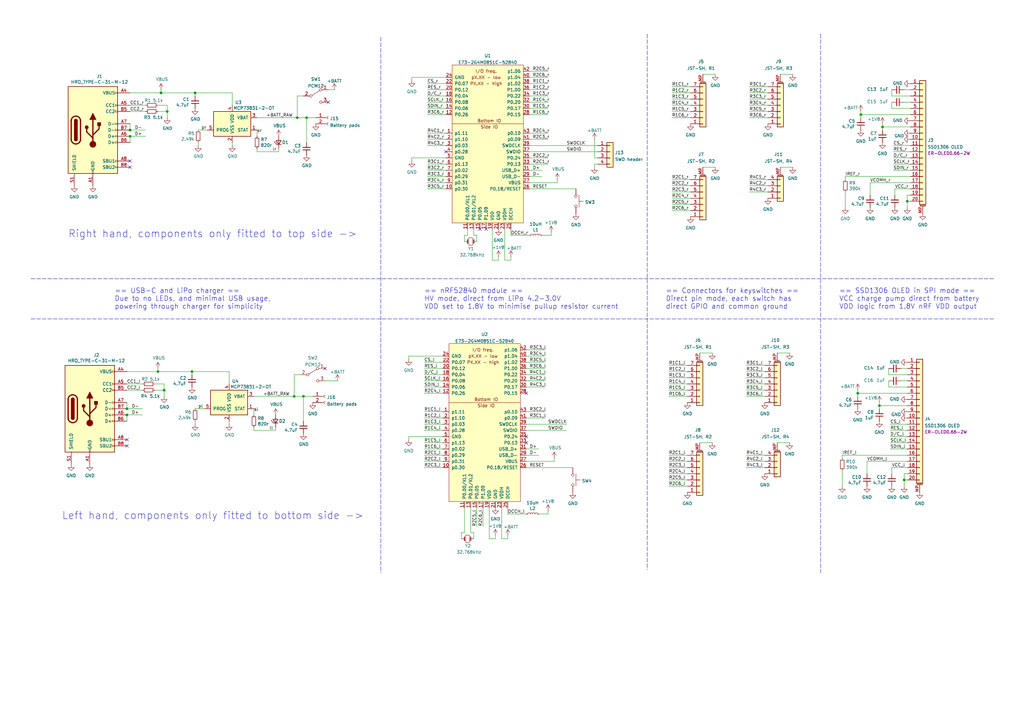
<source format=kicad_sch>
(kicad_sch (version 20210621) (generator eeschema)
  (paper "A3")
  (title_block (title "anaphase") (date "2021-09-18") (rev "1.0"))
  (junction (at 52.07 167.64))
  (junction (at 52.07 170.18))
  (junction (at 53.34 53.34))
  (junction (at 53.34 55.88))
  (junction (at 64.77 152.4))
  (junction (at 66.04 38.1))
  (junction (at 67.31 160.02))
  (junction (at 68.58 45.72))
  (junction (at 78.74 152.4))
  (junction (at 80.01 38.1))
  (junction (at 120.65 162.56))
  (junction (at 121.92 48.26))
  (junction (at 124.46 162.56))
  (junction (at 125.73 48.26))
  (junction (at 351.79 161.29))
  (junction (at 353.06 46.99))
  (junction (at 360.68 166.37))
  (junction (at 361.95 52.07))
  (junction (at 370.84 196.85))
  (junction (at 372.11 82.55))
  (no_connect (at 52.07 180.34))
  (no_connect (at 52.07 182.88))
  (no_connect (at 53.34 66.04))
  (no_connect (at 53.34 68.58))
  (no_connect (at 133.35 151.13))
  (no_connect (at 134.62 41.91))
  (no_connect (at 182.88 62.23))
  (no_connect (at 196.85 93.98))
  (no_connect (at 199.39 93.98))
  (no_connect (at 215.9 161.29))
  (no_connect (at 215.9 179.07))
  (no_connect (at 215.9 181.61))
  (wire (pts (xy 52.07 152.4) (xy 64.77 152.4)))
  (wire (pts (xy 52.07 157.48) (xy 58.42 157.48)))
  (wire (pts (xy 52.07 160.02) (xy 58.42 160.02)))
  (wire (pts (xy 52.07 165.1) (xy 52.07 167.64)))
  (wire (pts (xy 52.07 167.64) (xy 58.42 167.64)))
  (wire (pts (xy 52.07 170.18) (xy 52.07 172.72)))
  (wire (pts (xy 52.07 170.18) (xy 58.42 170.18)))
  (wire (pts (xy 53.34 38.1) (xy 66.04 38.1)))
  (wire (pts (xy 53.34 43.18) (xy 59.69 43.18)))
  (wire (pts (xy 53.34 45.72) (xy 59.69 45.72)))
  (wire (pts (xy 53.34 50.8) (xy 53.34 53.34)))
  (wire (pts (xy 53.34 53.34) (xy 59.69 53.34)))
  (wire (pts (xy 53.34 55.88) (xy 53.34 58.42)))
  (wire (pts (xy 53.34 55.88) (xy 59.69 55.88)))
  (wire (pts (xy 63.5 157.48) (xy 67.31 157.48)))
  (wire (pts (xy 63.5 160.02) (xy 67.31 160.02)))
  (wire (pts (xy 64.77 43.18) (xy 68.58 43.18)))
  (wire (pts (xy 64.77 45.72) (xy 68.58 45.72)))
  (wire (pts (xy 64.77 151.13) (xy 64.77 152.4)))
  (wire (pts (xy 64.77 152.4) (xy 78.74 152.4)))
  (wire (pts (xy 66.04 36.83) (xy 66.04 38.1)))
  (wire (pts (xy 66.04 38.1) (xy 80.01 38.1)))
  (wire (pts (xy 67.31 157.48) (xy 67.31 160.02)))
  (wire (pts (xy 67.31 160.02) (xy 67.31 162.56)))
  (wire (pts (xy 68.58 43.18) (xy 68.58 45.72)))
  (wire (pts (xy 68.58 45.72) (xy 68.58 48.26)))
  (wire (pts (xy 78.74 152.4) (xy 78.74 153.67)))
  (wire (pts (xy 78.74 152.4) (xy 93.98 152.4)))
  (wire (pts (xy 80.01 38.1) (xy 80.01 39.37)))
  (wire (pts (xy 80.01 38.1) (xy 95.25 38.1)))
  (wire (pts (xy 80.01 167.64) (xy 83.82 167.64)))
  (wire (pts (xy 80.01 172.72) (xy 80.01 173.99)))
  (wire (pts (xy 81.28 53.34) (xy 85.09 53.34)))
  (wire (pts (xy 81.28 58.42) (xy 81.28 59.69)))
  (wire (pts (xy 93.98 152.4) (xy 93.98 157.48)))
  (wire (pts (xy 93.98 172.72) (xy 93.98 173.99)))
  (wire (pts (xy 95.25 38.1) (xy 95.25 43.18)))
  (wire (pts (xy 95.25 58.42) (xy 95.25 59.69)))
  (wire (pts (xy 104.14 162.56) (xy 120.65 162.56)))
  (wire (pts (xy 104.14 167.64) (xy 104.14 170.18)))
  (wire (pts (xy 104.14 175.26) (xy 104.14 176.53)))
  (wire (pts (xy 104.14 176.53) (xy 113.03 176.53)))
  (wire (pts (xy 105.41 48.26) (xy 121.92 48.26)))
  (wire (pts (xy 105.41 53.34) (xy 105.41 55.88)))
  (wire (pts (xy 105.41 60.96) (xy 105.41 62.23)))
  (wire (pts (xy 105.41 62.23) (xy 114.3 62.23)))
  (wire (pts (xy 113.03 175.26) (xy 113.03 176.53)))
  (wire (pts (xy 114.3 60.96) (xy 114.3 62.23)))
  (wire (pts (xy 120.65 153.67) (xy 120.65 162.56)))
  (wire (pts (xy 120.65 162.56) (xy 124.46 162.56)))
  (wire (pts (xy 121.92 39.37) (xy 121.92 48.26)))
  (wire (pts (xy 121.92 48.26) (xy 125.73 48.26)))
  (wire (pts (xy 123.19 153.67) (xy 120.65 153.67)))
  (wire (pts (xy 124.46 39.37) (xy 121.92 39.37)))
  (wire (pts (xy 124.46 162.56) (xy 124.46 172.72)))
  (wire (pts (xy 124.46 162.56) (xy 128.27 162.56)))
  (wire (pts (xy 125.73 48.26) (xy 125.73 58.42)))
  (wire (pts (xy 125.73 48.26) (xy 129.54 48.26)))
  (wire (pts (xy 133.35 156.21) (xy 138.43 156.21)))
  (wire (pts (xy 134.62 36.83) (xy 137.16 36.83)))
  (wire (pts (xy 167.64 146.05) (xy 167.64 147.32)))
  (wire (pts (xy 167.64 179.07) (xy 167.64 180.34)))
  (wire (pts (xy 168.91 31.75) (xy 168.91 33.02)))
  (wire (pts (xy 168.91 64.77) (xy 168.91 66.04)))
  (wire (pts (xy 173.99 148.59) (xy 181.61 148.59)))
  (wire (pts (xy 173.99 151.13) (xy 181.61 151.13)))
  (wire (pts (xy 173.99 153.67) (xy 181.61 153.67)))
  (wire (pts (xy 173.99 156.21) (xy 181.61 156.21)))
  (wire (pts (xy 173.99 158.75) (xy 181.61 158.75)))
  (wire (pts (xy 173.99 161.29) (xy 181.61 161.29)))
  (wire (pts (xy 173.99 168.91) (xy 181.61 168.91)))
  (wire (pts (xy 173.99 171.45) (xy 181.61 171.45)))
  (wire (pts (xy 173.99 173.99) (xy 181.61 173.99)))
  (wire (pts (xy 173.99 176.53) (xy 181.61 176.53)))
  (wire (pts (xy 173.99 181.61) (xy 181.61 181.61)))
  (wire (pts (xy 173.99 184.15) (xy 181.61 184.15)))
  (wire (pts (xy 173.99 186.69) (xy 181.61 186.69)))
  (wire (pts (xy 173.99 189.23) (xy 181.61 189.23)))
  (wire (pts (xy 173.99 191.77) (xy 181.61 191.77)))
  (wire (pts (xy 175.26 34.29) (xy 182.88 34.29)))
  (wire (pts (xy 175.26 36.83) (xy 182.88 36.83)))
  (wire (pts (xy 175.26 39.37) (xy 182.88 39.37)))
  (wire (pts (xy 175.26 41.91) (xy 182.88 41.91)))
  (wire (pts (xy 175.26 44.45) (xy 182.88 44.45)))
  (wire (pts (xy 175.26 46.99) (xy 182.88 46.99)))
  (wire (pts (xy 175.26 54.61) (xy 182.88 54.61)))
  (wire (pts (xy 175.26 57.15) (xy 182.88 57.15)))
  (wire (pts (xy 175.26 59.69) (xy 182.88 59.69)))
  (wire (pts (xy 175.26 67.31) (xy 182.88 67.31)))
  (wire (pts (xy 175.26 69.85) (xy 182.88 69.85)))
  (wire (pts (xy 175.26 72.39) (xy 182.88 72.39)))
  (wire (pts (xy 175.26 74.93) (xy 182.88 74.93)))
  (wire (pts (xy 175.26 77.47) (xy 182.88 77.47)))
  (wire (pts (xy 181.61 146.05) (xy 167.64 146.05)))
  (wire (pts (xy 181.61 179.07) (xy 167.64 179.07)))
  (wire (pts (xy 182.88 31.75) (xy 168.91 31.75)))
  (wire (pts (xy 182.88 64.77) (xy 168.91 64.77)))
  (wire (pts (xy 189.23 218.44) (xy 189.23 220.98)))
  (wire (pts (xy 190.5 96.52) (xy 190.5 99.06)))
  (wire (pts (xy 190.5 208.28) (xy 190.5 218.44)))
  (wire (pts (xy 190.5 218.44) (xy 189.23 218.44)))
  (wire (pts (xy 191.77 93.98) (xy 191.77 96.52)))
  (wire (pts (xy 191.77 96.52) (xy 190.5 96.52)))
  (wire (pts (xy 193.04 208.28) (xy 193.04 218.44)))
  (wire (pts (xy 194.31 93.98) (xy 194.31 96.52)))
  (wire (pts (xy 194.31 218.44) (xy 193.04 218.44)))
  (wire (pts (xy 194.31 220.98) (xy 194.31 218.44)))
  (wire (pts (xy 195.58 96.52) (xy 194.31 96.52)))
  (wire (pts (xy 195.58 99.06) (xy 195.58 96.52)))
  (wire (pts (xy 195.58 215.9) (xy 195.58 208.28)))
  (wire (pts (xy 198.12 215.9) (xy 198.12 208.28)))
  (wire (pts (xy 200.66 208.28) (xy 200.66 220.98)))
  (wire (pts (xy 200.66 220.98) (xy 203.2 220.98)))
  (wire (pts (xy 201.93 93.98) (xy 201.93 106.68)))
  (wire (pts (xy 201.93 106.68) (xy 204.47 106.68)))
  (wire (pts (xy 203.2 220.98) (xy 203.2 219.71)))
  (wire (pts (xy 204.47 106.68) (xy 204.47 105.41)))
  (wire (pts (xy 205.74 208.28) (xy 205.74 220.98)))
  (wire (pts (xy 205.74 220.98) (xy 208.28 220.98)))
  (wire (pts (xy 207.01 93.98) (xy 207.01 106.68)))
  (wire (pts (xy 207.01 106.68) (xy 209.55 106.68)))
  (wire (pts (xy 208.28 208.28) (xy 208.28 210.82)))
  (wire (pts (xy 208.28 210.82) (xy 215.9 210.82)))
  (wire (pts (xy 208.28 220.98) (xy 208.28 219.71)))
  (wire (pts (xy 209.55 93.98) (xy 209.55 96.52)))
  (wire (pts (xy 209.55 96.52) (xy 217.17 96.52)))
  (wire (pts (xy 209.55 106.68) (xy 209.55 105.41)))
  (wire (pts (xy 215.9 143.51) (xy 223.52 143.51)))
  (wire (pts (xy 215.9 146.05) (xy 223.52 146.05)))
  (wire (pts (xy 215.9 148.59) (xy 223.52 148.59)))
  (wire (pts (xy 215.9 151.13) (xy 223.52 151.13)))
  (wire (pts (xy 215.9 153.67) (xy 223.52 153.67)))
  (wire (pts (xy 215.9 156.21) (xy 223.52 156.21)))
  (wire (pts (xy 215.9 158.75) (xy 223.52 158.75)))
  (wire (pts (xy 215.9 168.91) (xy 223.52 168.91)))
  (wire (pts (xy 215.9 171.45) (xy 223.52 171.45)))
  (wire (pts (xy 215.9 173.99) (xy 232.41 173.99)))
  (wire (pts (xy 215.9 176.53) (xy 232.41 176.53)))
  (wire (pts (xy 215.9 184.15) (xy 220.98 184.15)))
  (wire (pts (xy 215.9 186.69) (xy 220.98 186.69)))
  (wire (pts (xy 215.9 189.23) (xy 227.33 189.23)))
  (wire (pts (xy 215.9 191.77) (xy 234.95 191.77)))
  (wire (pts (xy 217.17 29.21) (xy 224.79 29.21)))
  (wire (pts (xy 217.17 31.75) (xy 224.79 31.75)))
  (wire (pts (xy 217.17 34.29) (xy 224.79 34.29)))
  (wire (pts (xy 217.17 36.83) (xy 224.79 36.83)))
  (wire (pts (xy 217.17 39.37) (xy 224.79 39.37)))
  (wire (pts (xy 217.17 41.91) (xy 224.79 41.91)))
  (wire (pts (xy 217.17 44.45) (xy 224.79 44.45)))
  (wire (pts (xy 217.17 46.99) (xy 224.79 46.99)))
  (wire (pts (xy 217.17 54.61) (xy 224.79 54.61)))
  (wire (pts (xy 217.17 57.15) (xy 224.79 57.15)))
  (wire (pts (xy 217.17 59.69) (xy 245.11 59.69)))
  (wire (pts (xy 217.17 62.23) (xy 245.11 62.23)))
  (wire (pts (xy 217.17 64.77) (xy 224.79 64.77)))
  (wire (pts (xy 217.17 67.31) (xy 224.79 67.31)))
  (wire (pts (xy 217.17 69.85) (xy 222.25 69.85)))
  (wire (pts (xy 217.17 72.39) (xy 222.25 72.39)))
  (wire (pts (xy 217.17 74.93) (xy 228.6 74.93)))
  (wire (pts (xy 217.17 77.47) (xy 236.22 77.47)))
  (wire (pts (xy 220.98 210.82) (xy 224.79 210.82)))
  (wire (pts (xy 222.25 96.52) (xy 226.06 96.52)))
  (wire (pts (xy 224.79 210.82) (xy 224.79 209.55)))
  (wire (pts (xy 226.06 96.52) (xy 226.06 95.25)))
  (wire (pts (xy 227.33 189.23) (xy 227.33 187.96)))
  (wire (pts (xy 228.6 74.93) (xy 228.6 73.66)))
  (wire (pts (xy 243.84 57.15) (xy 243.84 64.77)))
  (wire (pts (xy 243.84 64.77) (xy 245.11 64.77)))
  (wire (pts (xy 243.84 67.31) (xy 243.84 68.58)))
  (wire (pts (xy 243.84 67.31) (xy 245.11 67.31)))
  (wire (pts (xy 274.32 149.86) (xy 281.94 149.86)))
  (wire (pts (xy 274.32 152.4) (xy 281.94 152.4)))
  (wire (pts (xy 274.32 154.94) (xy 281.94 154.94)))
  (wire (pts (xy 274.32 157.48) (xy 281.94 157.48)))
  (wire (pts (xy 274.32 160.02) (xy 281.94 160.02)))
  (wire (pts (xy 274.32 162.56) (xy 281.94 162.56)))
  (wire (pts (xy 274.32 186.69) (xy 281.94 186.69)))
  (wire (pts (xy 274.32 189.23) (xy 281.94 189.23)))
  (wire (pts (xy 274.32 191.77) (xy 281.94 191.77)))
  (wire (pts (xy 274.32 194.31) (xy 281.94 194.31)))
  (wire (pts (xy 274.32 196.85) (xy 281.94 196.85)))
  (wire (pts (xy 274.32 199.39) (xy 281.94 199.39)))
  (wire (pts (xy 275.59 35.56) (xy 283.21 35.56)))
  (wire (pts (xy 275.59 38.1) (xy 283.21 38.1)))
  (wire (pts (xy 275.59 40.64) (xy 283.21 40.64)))
  (wire (pts (xy 275.59 43.18) (xy 283.21 43.18)))
  (wire (pts (xy 275.59 45.72) (xy 283.21 45.72)))
  (wire (pts (xy 275.59 48.26) (xy 283.21 48.26)))
  (wire (pts (xy 275.59 73.66) (xy 283.21 73.66)))
  (wire (pts (xy 275.59 76.2) (xy 283.21 76.2)))
  (wire (pts (xy 275.59 78.74) (xy 283.21 78.74)))
  (wire (pts (xy 275.59 81.28) (xy 283.21 81.28)))
  (wire (pts (xy 275.59 83.82) (xy 283.21 83.82)))
  (wire (pts (xy 275.59 86.36) (xy 283.21 86.36)))
  (wire (pts (xy 287.02 144.78) (xy 292.1 144.78)))
  (wire (pts (xy 287.02 181.61) (xy 292.1 181.61)))
  (wire (pts (xy 288.29 30.48) (xy 293.37 30.48)))
  (wire (pts (xy 288.29 68.58) (xy 293.37 68.58)))
  (wire (pts (xy 306.07 149.86) (xy 313.69 149.86)))
  (wire (pts (xy 306.07 152.4) (xy 313.69 152.4)))
  (wire (pts (xy 306.07 154.94) (xy 313.69 154.94)))
  (wire (pts (xy 306.07 157.48) (xy 313.69 157.48)))
  (wire (pts (xy 306.07 160.02) (xy 313.69 160.02)))
  (wire (pts (xy 306.07 162.56) (xy 313.69 162.56)))
  (wire (pts (xy 306.07 186.69) (xy 313.69 186.69)))
  (wire (pts (xy 306.07 189.23) (xy 313.69 189.23)))
  (wire (pts (xy 306.07 191.77) (xy 313.69 191.77)))
  (wire (pts (xy 307.34 35.56) (xy 314.96 35.56)))
  (wire (pts (xy 307.34 38.1) (xy 314.96 38.1)))
  (wire (pts (xy 307.34 40.64) (xy 314.96 40.64)))
  (wire (pts (xy 307.34 43.18) (xy 314.96 43.18)))
  (wire (pts (xy 307.34 45.72) (xy 314.96 45.72)))
  (wire (pts (xy 307.34 48.26) (xy 314.96 48.26)))
  (wire (pts (xy 307.34 73.66) (xy 314.96 73.66)))
  (wire (pts (xy 307.34 76.2) (xy 314.96 76.2)))
  (wire (pts (xy 307.34 78.74) (xy 314.96 78.74)))
  (wire (pts (xy 318.77 144.78) (xy 323.85 144.78)))
  (wire (pts (xy 318.77 181.61) (xy 323.85 181.61)))
  (wire (pts (xy 320.04 30.48) (xy 325.12 30.48)))
  (wire (pts (xy 320.04 68.58) (xy 325.12 68.58)))
  (wire (pts (xy 345.44 186.69) (xy 345.44 187.96)))
  (wire (pts (xy 345.44 186.69) (xy 372.11 186.69)))
  (wire (pts (xy 345.44 193.04) (xy 345.44 199.39)))
  (wire (pts (xy 346.71 72.39) (xy 346.71 73.66)))
  (wire (pts (xy 346.71 72.39) (xy 373.38 72.39)))
  (wire (pts (xy 346.71 78.74) (xy 346.71 85.09)))
  (wire (pts (xy 351.79 160.02) (xy 351.79 161.29)))
  (wire (pts (xy 351.79 161.29) (xy 351.79 162.56)))
  (wire (pts (xy 351.79 161.29) (xy 372.11 161.29)))
  (wire (pts (xy 353.06 45.72) (xy 353.06 46.99)))
  (wire (pts (xy 353.06 46.99) (xy 353.06 48.26)))
  (wire (pts (xy 353.06 46.99) (xy 373.38 46.99)))
  (wire (pts (xy 355.6 189.23) (xy 372.11 189.23)))
  (wire (pts (xy 355.6 194.31) (xy 355.6 189.23)))
  (wire (pts (xy 356.87 74.93) (xy 373.38 74.93)))
  (wire (pts (xy 356.87 80.01) (xy 356.87 74.93)))
  (wire (pts (xy 360.68 166.37) (xy 360.68 165.1)))
  (wire (pts (xy 360.68 166.37) (xy 360.68 167.64)))
  (wire (pts (xy 360.68 166.37) (xy 372.11 166.37)))
  (wire (pts (xy 361.95 52.07) (xy 361.95 50.8)))
  (wire (pts (xy 361.95 52.07) (xy 361.95 53.34)))
  (wire (pts (xy 361.95 52.07) (xy 373.38 52.07)))
  (wire (pts (xy 364.49 151.13) (xy 364.49 153.67)))
  (wire (pts (xy 364.49 153.67) (xy 372.11 153.67)))
  (wire (pts (xy 364.49 158.75) (xy 364.49 156.21)))
  (wire (pts (xy 364.49 158.75) (xy 372.11 158.75)))
  (wire (pts (xy 365.125 173.99) (xy 372.11 173.99)))
  (wire (pts (xy 365.125 176.53) (xy 372.11 176.53)))
  (wire (pts (xy 365.125 179.07) (xy 372.11 179.07)))
  (wire (pts (xy 365.125 181.61) (xy 372.11 181.61)))
  (wire (pts (xy 365.125 184.15) (xy 372.11 184.15)))
  (wire (pts (xy 365.76 36.83) (xy 365.76 39.37)))
  (wire (pts (xy 365.76 39.37) (xy 373.38 39.37)))
  (wire (pts (xy 365.76 44.45) (xy 365.76 41.91)))
  (wire (pts (xy 365.76 44.45) (xy 373.38 44.45)))
  (wire (pts (xy 365.76 191.77) (xy 372.11 191.77)))
  (wire (pts (xy 365.76 194.31) (xy 365.76 191.77)))
  (wire (pts (xy 366.395 59.69) (xy 373.38 59.69)))
  (wire (pts (xy 366.395 62.23) (xy 373.38 62.23)))
  (wire (pts (xy 366.395 64.77) (xy 373.38 64.77)))
  (wire (pts (xy 366.395 67.31) (xy 373.38 67.31)))
  (wire (pts (xy 366.395 69.85) (xy 373.38 69.85)))
  (wire (pts (xy 367.03 77.47) (xy 373.38 77.47)))
  (wire (pts (xy 367.03 80.01) (xy 367.03 77.47)))
  (wire (pts (xy 369.57 151.13) (xy 372.11 151.13)))
  (wire (pts (xy 369.57 156.21) (xy 372.11 156.21)))
  (wire (pts (xy 370.84 36.83) (xy 373.38 36.83)))
  (wire (pts (xy 370.84 41.91) (xy 373.38 41.91)))
  (wire (pts (xy 370.84 194.31) (xy 370.84 196.85)))
  (wire (pts (xy 370.84 196.85) (xy 370.84 199.39)))
  (wire (pts (xy 372.11 80.01) (xy 372.11 82.55)))
  (wire (pts (xy 372.11 82.55) (xy 372.11 85.09)))
  (wire (pts (xy 372.11 194.31) (xy 370.84 194.31)))
  (wire (pts (xy 372.11 196.85) (xy 370.84 196.85)))
  (wire (pts (xy 373.38 80.01) (xy 372.11 80.01)))
  (wire (pts (xy 373.38 82.55) (xy 372.11 82.55)))
  (polyline (pts (xy 12.7 114.3) (xy 407.67 114.3)))
  (polyline (pts (xy 12.7 130.81) (xy 407.67 130.81)))
  (polyline (pts (xy 156.21 15.24) (xy 156.21 234.95)))
  (polyline (pts (xy 265.43 13.97) (xy 265.43 233.68)))
  (polyline (pts (xy 336.55 13.97) (xy 336.55 234.95)))
  (text "Left hand, components only fitted to bottom side ->" (at 25.4 213.36 0) (effects (font (size 3 3)) (justify left bottom)))
  (text "Right hand, components only fitted to top side ->\n" (at 27.94 97.79 0) (effects (font (size 3 3)) (justify left bottom)))
  (text "== USB-C and LiPo charger ==\nDue to no LEDs, and minimal USB usage,\npowering through charger for simplicity" (at 46.99 127 0) (effects (font (size 2 2)) (justify left bottom)))
  (text "== nRF52840 module ==\nHV mode, direct from LiPo 4.2-3.0V\nVDD set to 1.8V to minimise pullup resistor current" (at 173.99 127 0) (effects (font (size 2 2)) (justify left bottom)))
  (text "== Connectors for keyswitches ==\nDirect pin mode, each switch has\ndirect GPIO and common ground" (at 273.05 127 0) (effects (font (size 2 2)) (justify left bottom)))
  (text "== SSD1306 OLED in SPI mode ==\nVCC charge pump direct from battery\nVDD logic from 1.8V nRF VDD output" (at 344.17 127 0) (effects (font (size 2 2)) (justify left bottom)))
  (label "CC1_l" (at 52.07 157.48 0))
  (label "CC2_l" (at 52.07 160.02 0))
  (label "CC1_r" (at 53.34 43.18 0))
  (label "CC2_r" (at 53.34 45.72 0))
  (label "D-" (at 53.975 167.64 0))
  (label "D+" (at 53.975 170.18 0))
  (label "D-" (at 55.245 53.34 0))
  (label "D+" (at 55.245 55.88 0))
  (label "pl" (at 81.28 167.64 0))
  (label "pr" (at 82.55 53.34 0))
  (label "sl" (at 104.14 168.91 0))
  (label "sr" (at 105.41 54.61 0))
  (label "+BATT_RAW" (at 107.95 162.56 0))
  (label "+BATT_RAW" (at 109.22 48.26 0))
  (label "ll" (at 110.49 176.53 0))
  (label "lr" (at 111.76 62.23 0))
  (label "CS_l" (at 173.99 148.59 0))
  (label "RES_l" (at 173.99 151.13 0))
  (label "D{slash}C_l" (at 173.99 153.67 0))
  (label "SCLK_l" (at 173.99 156.21 0))
  (label "SDIN_l" (at 173.99 158.75 0))
  (label "R2C4_l" (at 173.99 161.29 0))
  (label "R1C1_l" (at 173.99 168.91 0))
  (label "R1C2_l" (at 173.99 171.45 0))
  (label "R1C3_l" (at 173.99 173.99 0))
  (label "R1C4_l" (at 173.99 176.53 0))
  (label "R1C5_l" (at 173.99 181.61 0))
  (label "R1C6_l" (at 173.99 184.15 0))
  (label "R2C1_l" (at 173.99 186.69 0))
  (label "R2C2_l" (at 173.99 189.23 0))
  (label "R2C3_l" (at 173.99 191.77 0))
  (label "CS_r" (at 175.26 34.29 0))
  (label "RES_r" (at 175.26 36.83 0))
  (label "D{slash}C_r" (at 175.26 39.37 0))
  (label "SCLK_r" (at 175.26 41.91 0))
  (label "SDIN_r" (at 175.26 44.45 0))
  (label "R3C6_r" (at 175.26 46.99 0))
  (label "R4C1_r" (at 175.26 54.61 0))
  (label "R4C2_r" (at 175.26 57.15 0))
  (label "R4C3_r" (at 175.26 59.69 0))
  (label "R3C1_r" (at 175.26 67.31 0))
  (label "R3C2_r" (at 175.26 69.85 0))
  (label "R3C3_r" (at 175.26 72.39 0))
  (label "R3C4_r" (at 175.26 74.93 0))
  (label "R3C5_r" (at 175.26 77.47 0))
  (label "R2C5_l" (at 195.58 215.9 90))
  (label "R2C6_l" (at 198.12 215.9 90))
  (label "DCCH_l" (at 208.28 210.82 0))
  (label "DCCH_r" (at 209.55 96.52 0))
  (label "R3C3_l" (at 217.17 143.51 0))
  (label "R3C4_l" (at 217.17 146.05 0))
  (label "R3C5_l" (at 217.17 148.59 0))
  (label "R3C6_l" (at 217.17 151.13 0))
  (label "R4C1_l" (at 217.17 153.67 0))
  (label "R4C2_l" (at 217.17 156.21 0))
  (label "R4C3_l" (at 217.17 158.75 0))
  (label "R3C2_l" (at 217.17 168.91 0))
  (label "R3C1_l" (at 217.17 171.45 0))
  (label "D+" (at 217.17 184.15 0))
  (label "D-" (at 217.17 186.69 0))
  (label "RESET" (at 217.17 191.77 0))
  (label "R2C5_r" (at 218.44 29.21 0))
  (label "R2C6_r" (at 218.44 31.75 0))
  (label "R1C1_r" (at 218.44 34.29 0))
  (label "R1C2_r" (at 218.44 36.83 0))
  (label "R1C3_r" (at 218.44 39.37 0))
  (label "R1C4_r" (at 218.44 41.91 0))
  (label "R1C5_r" (at 218.44 44.45 0))
  (label "R1C6_r" (at 218.44 46.99 0))
  (label "R2C4_r" (at 218.44 54.61 0))
  (label "R2C3_r" (at 218.44 57.15 0))
  (label "R2C2_r" (at 218.44 64.77 0))
  (label "R2C1_r" (at 218.44 67.31 0))
  (label "D+" (at 218.44 69.85 0))
  (label "D-" (at 218.44 72.39 0))
  (label "RESET" (at 218.44 77.47 0))
  (label "SWDCLK" (at 224.79 173.99 0))
  (label "SWDIO" (at 224.79 176.53 0))
  (label "SWDCLK" (at 232.41 59.69 0))
  (label "SWDIO" (at 232.41 62.23 0))
  (label "R1C1_l" (at 274.32 149.86 0))
  (label "R1C2_l" (at 274.32 152.4 0))
  (label "R1C3_l" (at 274.32 154.94 0))
  (label "R1C4_l" (at 274.32 157.48 0))
  (label "R1C5_l" (at 274.32 160.02 0))
  (label "R1C6_l" (at 274.32 162.56 0))
  (label "R2C1_l" (at 274.32 186.69 0))
  (label "R2C2_l" (at 274.32 189.23 0))
  (label "R2C3_l" (at 274.32 191.77 0))
  (label "R2C4_l" (at 274.32 194.31 0))
  (label "R2C5_l" (at 274.32 196.85 0))
  (label "R2C6_l" (at 274.32 199.39 0))
  (label "R1C1_r" (at 275.59 35.56 0))
  (label "R1C2_r" (at 275.59 38.1 0))
  (label "R1C3_r" (at 275.59 40.64 0))
  (label "R1C4_r" (at 275.59 43.18 0))
  (label "R1C5_r" (at 275.59 45.72 0))
  (label "R1C6_r" (at 275.59 48.26 0))
  (label "R2C1_r" (at 275.59 73.66 0))
  (label "R2C2_r" (at 275.59 76.2 0))
  (label "R2C3_r" (at 275.59 78.74 0))
  (label "R2C4_r" (at 275.59 81.28 0))
  (label "R2C5_r" (at 275.59 83.82 0))
  (label "R2C6_r" (at 275.59 86.36 0))
  (label "R3C1_l" (at 306.07 149.86 0))
  (label "R3C2_l" (at 306.07 152.4 0))
  (label "R3C3_l" (at 306.07 154.94 0))
  (label "R3C4_l" (at 306.07 157.48 0))
  (label "R3C5_l" (at 306.07 160.02 0))
  (label "R3C6_l" (at 306.07 162.56 0))
  (label "R4C1_l" (at 306.07 186.69 0))
  (label "R4C2_l" (at 306.07 189.23 0))
  (label "R4C3_l" (at 306.07 191.77 0))
  (label "R3C1_r" (at 307.34 35.56 0))
  (label "R3C2_r" (at 307.34 38.1 0))
  (label "R3C3_r" (at 307.34 40.64 0))
  (label "R3C4_r" (at 307.34 43.18 0))
  (label "R3C5_r" (at 307.34 45.72 0))
  (label "R3C6_r" (at 307.34 48.26 0))
  (label "R4C1_r" (at 307.34 73.66 0))
  (label "R4C2_r" (at 307.34 76.2 0))
  (label "R4C3_r" (at 307.34 78.74 0))
  (label "IREF_l" (at 345.44 186.69 0))
  (label "IREF_r" (at 346.71 72.39 0))
  (label "VCOMH_l" (at 355.6 189.23 0))
  (label "VCOMH_r" (at 356.87 74.93 0))
  (label "CS_l" (at 365.125 173.99 0))
  (label "RES_l" (at 365.125 176.53 0))
  (label "D{slash}C_l" (at 365.125 179.07 0))
  (label "SCLK_l" (at 365.125 181.61 0))
  (label "SDIN_l" (at 365.125 184.15 0))
  (label "VCC_l" (at 365.76 191.77 0))
  (label "CS_r" (at 366.395 59.69 0))
  (label "RES_r" (at 366.395 62.23 0))
  (label "D{slash}C_r" (at 366.395 64.77 0))
  (label "SCLK_r" (at 366.395 67.31 0))
  (label "SDIN_r" (at 366.395 69.85 0))
  (label "VCC_r" (at 367.03 77.47 0))
  (symbol (lib_id "power:VBUS") (at 64.77 151.13 0) (unit 1)
    (property "Reference" "#PWR0166" (effects hide))
    (property "Value" "VBUS" (at 65.1383 146.8056 0))
  )
  (symbol (lib_id "power:VBUS") (at 66.04 36.83 0) (unit 1)
    (property "Reference" "#PWR0110" (effects hide))
    (property "Value" "VBUS" (at 66.4083 32.5056 0))
  )
  (symbol (lib_id "power:VBUS") (at 113.03 170.18 0) (unit 1)
    (property "Reference" "#PWR0170" (effects hide))
    (property "Value" "VBUS" (at 113.3983 165.8556 0))
  )
  (symbol (lib_id "power:VBUS") (at 114.3 55.88 0) (unit 1)
    (property "Reference" "#PWR0102" (effects hide))
    (property "Value" "VBUS" (at 114.6683 51.5556 0))
  )
  (symbol (lib_id "power:+BATT") (at 137.16 36.83 0) (unit 1)
    (property "Reference" "#PWR0123" (effects hide))
    (property "Value" "+BATT" (at 137.16 33.2254 0))
  )
  (symbol (lib_id "power:+BATT") (at 138.43 156.21 0) (unit 1)
    (property "Reference" "#PWR0139" (effects hide))
    (property "Value" "+BATT" (at 138.43 152.6054 0))
  )
  (symbol (lib_id "power:+1V8") (at 203.2 219.71 0) (unit 1)
    (property "Reference" "#PWR0146" (effects hide))
    (property "Value" "+1V8" (at 200.435 215.7729 0) (effects (justify left)))
  )
  (symbol (lib_id "power:+1V8") (at 204.47 105.41 0) (unit 1)
    (property "Reference" "#PWR0141" (effects hide))
    (property "Value" "+1V8" (at 201.705 101.4729 0) (effects (justify left)))
  )
  (symbol (lib_id "power:+BATT") (at 208.28 219.71 0) (unit 1)
    (property "Reference" "#PWR0147" (effects hide))
    (property "Value" "+BATT" (at 209.55 216.1054 0))
  )
  (symbol (lib_id "power:+BATT") (at 209.55 105.41 0) (unit 1)
    (property "Reference" "#PWR0122" (effects hide))
    (property "Value" "+BATT" (at 210.82 101.8054 0))
  )
  (symbol (lib_id "power:+1V8") (at 224.79 209.55 0) (unit 1)
    (property "Reference" "#PWR0148" (effects hide))
    (property "Value" "+1V8" (at 222.025 205.6129 0) (effects (justify left)))
  )
  (symbol (lib_id "power:+1V8") (at 226.06 95.25 0) (unit 1)
    (property "Reference" "#PWR0140" (effects hide))
    (property "Value" "+1V8" (at 223.295 91.3129 0) (effects (justify left)))
  )
  (symbol (lib_id "power:VBUS") (at 227.33 187.96 0) (unit 1)
    (property "Reference" "#PWR0103" (effects hide))
    (property "Value" "VBUS" (at 227.6983 183.6356 0))
  )
  (symbol (lib_id "power:VBUS") (at 228.6 73.66 0) (unit 1)
    (property "Reference" "#PWR0114" (effects hide))
    (property "Value" "VBUS" (at 228.9683 69.3356 0))
  )
  (symbol (lib_id "power:+BATT") (at 243.84 57.15 0) (unit 1)
    (property "Reference" "#PWR0112" (effects hide))
    (property "Value" "+BATT" (at 243.84 53.5454 0))
  )
  (symbol (lib_id "power:+BATT") (at 351.79 160.02 0) (unit 1)
    (property "Reference" "#PWR0150" (effects hide))
    (property "Value" "+BATT" (at 350.676 158.4961 0) (effects (justify right)))
  )
  (symbol (lib_id "power:+BATT") (at 353.06 45.72 0) (unit 1)
    (property "Reference" "#PWR0126" (effects hide))
    (property "Value" "+BATT" (at 351.946 44.1961 0) (effects (justify right)))
  )
  (symbol (lib_id "power:+1V8") (at 360.68 165.1 0) (unit 1)
    (property "Reference" "#PWR0154" (effects hide))
    (property "Value" "+1V8" (at 354.486 163.1949 0) (effects (justify left)))
  )
  (symbol (lib_id "power:+1V8") (at 361.95 50.8 0) (unit 1)
    (property "Reference" "#PWR0133" (effects hide))
    (property "Value" "+1V8" (at 355.756 48.8949 0) (effects (justify left)))
  )
  (symbol (lib_id "Device:L_Small") (at 218.44 210.82 90) (unit 1)
    (property "Reference" "L2" (at 218.44 208.5276 90))
    (property "Value" "10uH" (at 218.44 206.2289 90))
    (property "Footprint" "Inductor_SMD:L_0603_1608Metric_Pad1.05x0.95mm_HandSolder" (effects hide))
    (property "Specification" "Chip inductor, IDC, min = 80 mA, +/-20%" (effects hide))
  )
  (symbol (lib_id "Device:L_Small") (at 219.71 96.52 90) (unit 1)
    (property "Reference" "L1" (at 219.71 94.2276 90))
    (property "Value" "10uH" (at 219.71 91.9289 90))
    (property "Footprint" "Inductor_SMD:L_0603_1608Metric_Pad1.05x0.95mm_HandSolder" (effects hide))
    (property "Specification" "Chip inductor, IDC, min = 80 mA, +/-20%" (effects hide))
  )
  (symbol (lib_id "power:GND") (at 29.21 190.5 0) (unit 1)
    (property "Reference" "#PWR0164" (effects hide))
    (property "Value" "GND" (at 29.21 195.0626 0))
  )
  (symbol (lib_id "power:GND") (at 30.48 76.2 0) (unit 1)
    (property "Reference" "#PWR0115" (effects hide))
    (property "Value" "GND" (at 30.48 80.7626 0))
  )
  (symbol (lib_id "power:GND") (at 36.83 190.5 0) (unit 1)
    (property "Reference" "#PWR0165" (effects hide))
    (property "Value" "GND" (at 36.83 195.0626 0))
  )
  (symbol (lib_id "power:GND") (at 38.1 76.2 0) (unit 1)
    (property "Reference" "#PWR0101" (effects hide))
    (property "Value" "GND" (at 38.1 80.7626 0))
  )
  (symbol (lib_id "power:GND") (at 67.31 162.56 0) (unit 1)
    (property "Reference" "#PWR0163" (effects hide))
    (property "Value" "GND" (at 67.437 166.9542 0))
  )
  (symbol (lib_id "power:GND") (at 68.58 48.26 0) (unit 1)
    (property "Reference" "#PWR0111" (effects hide))
    (property "Value" "GND" (at 68.707 52.6542 0))
  )
  (symbol (lib_id "power:GND") (at 78.74 158.75 0) (unit 1)
    (property "Reference" "#PWR0162" (effects hide))
    (property "Value" "GND" (at 78.867 163.1442 0))
  )
  (symbol (lib_id "power:GND") (at 80.01 44.45 0) (unit 1)
    (property "Reference" "#PWR0120" (effects hide))
    (property "Value" "GND" (at 80.137 48.8442 0))
  )
  (symbol (lib_id "power:GND") (at 80.01 173.99 0) (unit 1)
    (property "Reference" "#PWR0169" (effects hide))
    (property "Value" "GND" (at 80.137 178.3842 0))
  )
  (symbol (lib_id "power:GND") (at 81.28 59.69 0) (unit 1)
    (property "Reference" "#PWR0119" (effects hide))
    (property "Value" "GND" (at 81.407 64.0842 0))
  )
  (symbol (lib_id "power:GND") (at 93.98 173.99 0) (unit 1)
    (property "Reference" "#PWR0168" (effects hide))
    (property "Value" "GND" (at 94.107 178.3842 0))
  )
  (symbol (lib_id "power:GND") (at 95.25 59.69 0) (unit 1)
    (property "Reference" "#PWR0118" (effects hide))
    (property "Value" "GND" (at 95.377 64.0842 0))
  )
  (symbol (lib_id "power:GND") (at 124.46 177.8 0) (unit 1)
    (property "Reference" "#PWR0167" (effects hide))
    (property "Value" "GND" (at 124.587 182.1942 0))
  )
  (symbol (lib_id "power:GND") (at 125.73 63.5 0) (unit 1)
    (property "Reference" "#PWR0109" (effects hide))
    (property "Value" "GND" (at 125.857 67.8942 0))
  )
  (symbol (lib_id "power:GND") (at 128.27 165.1 0) (unit 1)
    (property "Reference" "#PWR0142" (effects hide))
    (property "Value" "GND" (at 128.27 169.6626 0))
  )
  (symbol (lib_id "power:GND") (at 129.54 50.8 0) (unit 1)
    (property "Reference" "#PWR0121" (effects hide))
    (property "Value" "GND" (at 129.54 55.3626 0))
  )
  (symbol (lib_id "power:GND") (at 167.64 147.32 0) (unit 1)
    (property "Reference" "#PWR0143" (effects hide))
    (property "Value" "GND" (at 167.64 151.8826 0))
  )
  (symbol (lib_id "power:GND") (at 167.64 180.34 0) (unit 1)
    (property "Reference" "#PWR0144" (effects hide))
    (property "Value" "GND" (at 167.64 184.9026 0))
  )
  (symbol (lib_id "power:GND") (at 168.91 33.02 0) (unit 1)
    (property "Reference" "#PWR0104" (effects hide))
    (property "Value" "GND" (at 168.91 37.5826 0))
  )
  (symbol (lib_id "power:GND") (at 168.91 66.04 0) (unit 1)
    (property "Reference" "#PWR0105" (effects hide))
    (property "Value" "GND" (at 168.91 70.6026 0))
  )
  (symbol (lib_id "power:GND") (at 203.2 208.28 0) (unit 1)
    (property "Reference" "#PWR0145" (effects hide))
    (property "Value" "GND" (at 203.2 212.8426 0))
  )
  (symbol (lib_id "power:GND") (at 204.47 93.98 0) (unit 1)
    (property "Reference" "#PWR0106" (effects hide))
    (property "Value" "GND" (at 204.47 98.5426 0))
  )
  (symbol (lib_id "power:GND") (at 234.95 201.93 0) (unit 1)
    (property "Reference" "#PWR0172" (effects hide))
    (property "Value" "GND" (at 234.95 206.4926 0))
  )
  (symbol (lib_id "power:GND") (at 236.22 87.63 0) (unit 1)
    (property "Reference" "#PWR0171" (effects hide))
    (property "Value" "GND" (at 236.22 92.1926 0))
  )
  (symbol (lib_id "power:GND") (at 243.84 68.58 0) (unit 1)
    (property "Reference" "#PWR0113" (effects hide))
    (property "Value" "GND" (at 243.84 73.1426 0))
  )
  (symbol (lib_id "power:GND") (at 281.94 165.1 0) (unit 1)
    (property "Reference" "#PWR0107" (effects hide))
    (property "Value" "GND" (at 281.94 169.6626 0))
  )
  (symbol (lib_id "power:GND") (at 281.94 201.93 0) (unit 1)
    (property "Reference" "#PWR0108" (effects hide))
    (property "Value" "GND" (at 281.94 206.4926 0))
  )
  (symbol (lib_id "power:GND") (at 283.21 50.8 0) (unit 1)
    (property "Reference" "#PWR0124" (effects hide))
    (property "Value" "GND" (at 283.21 55.3626 0))
  )
  (symbol (lib_id "power:GND") (at 283.21 88.9 0) (unit 1)
    (property "Reference" "#PWR0116" (effects hide))
    (property "Value" "GND" (at 283.21 93.4626 0))
  )
  (symbol (lib_id "power:GND") (at 292.1 144.78 0) (unit 1)
    (property "Reference" "#PWR0174" (effects hide))
    (property "Value" "GND" (at 292.1 149.3426 0))
  )
  (symbol (lib_id "power:GND") (at 292.1 181.61 0) (unit 1)
    (property "Reference" "#PWR0176" (effects hide))
    (property "Value" "GND" (at 292.1 186.1726 0))
  )
  (symbol (lib_id "power:GND") (at 293.37 30.48 0) (unit 1)
    (property "Reference" "#PWR0182" (effects hide))
    (property "Value" "GND" (at 293.37 35.0426 0))
  )
  (symbol (lib_id "power:GND") (at 293.37 68.58 0) (unit 1)
    (property "Reference" "#PWR0179" (effects hide))
    (property "Value" "GND" (at 293.37 73.1426 0))
  )
  (symbol (lib_id "power:GND") (at 313.69 165.1 0) (unit 1)
    (property "Reference" "#PWR0138" (effects hide))
    (property "Value" "GND" (at 313.69 169.6626 0))
  )
  (symbol (lib_id "power:GND") (at 313.69 194.31 0) (unit 1)
    (property "Reference" "#PWR0151" (effects hide))
    (property "Value" "GND" (at 313.69 198.8726 0))
  )
  (symbol (lib_id "power:GND") (at 314.96 50.8 0) (unit 1)
    (property "Reference" "#PWR0117" (effects hide))
    (property "Value" "GND" (at 314.96 55.3626 0))
  )
  (symbol (lib_id "power:GND") (at 314.96 81.28 0) (unit 1)
    (property "Reference" "#PWR0125" (effects hide))
    (property "Value" "GND" (at 314.96 85.8426 0))
  )
  (symbol (lib_id "power:GND") (at 323.85 144.78 0) (unit 1)
    (property "Reference" "#PWR0173" (effects hide))
    (property "Value" "GND" (at 323.85 149.3426 0))
  )
  (symbol (lib_id "power:GND") (at 323.85 181.61 0) (unit 1)
    (property "Reference" "#PWR0177" (effects hide))
    (property "Value" "GND" (at 323.85 186.1726 0))
  )
  (symbol (lib_id "power:GND") (at 325.12 30.48 0) (unit 1)
    (property "Reference" "#PWR0181" (effects hide))
    (property "Value" "GND" (at 325.12 35.0426 0))
  )
  (symbol (lib_id "power:GND") (at 325.12 68.58 0) (unit 1)
    (property "Reference" "#PWR0180" (effects hide))
    (property "Value" "GND" (at 325.12 73.1426 0))
  )
  (symbol (lib_id "power:GND") (at 345.44 199.39 0) (unit 1)
    (property "Reference" "#PWR0152" (effects hide))
    (property "Value" "GND" (at 345.44 203.9526 0))
  )
  (symbol (lib_id "power:GND") (at 346.71 85.09 0) (unit 1)
    (property "Reference" "#PWR0137" (effects hide))
    (property "Value" "GND" (at 346.71 89.6526 0))
  )
  (symbol (lib_id "power:GND") (at 351.79 167.64 0) (unit 1)
    (property "Reference" "#PWR0149" (effects hide))
    (property "Value" "GND" (at 351.79 172.2026 0))
  )
  (symbol (lib_id "power:GND") (at 353.06 53.34 0) (unit 1)
    (property "Reference" "#PWR0127" (effects hide))
    (property "Value" "GND" (at 353.06 57.9026 0))
  )
  (symbol (lib_id "power:GND") (at 355.6 199.39 0) (unit 1)
    (property "Reference" "#PWR0155" (effects hide))
    (property "Value" "GND" (at 355.6 203.9526 0))
  )
  (symbol (lib_id "power:GND") (at 356.87 85.09 0) (unit 1)
    (property "Reference" "#PWR0135" (effects hide))
    (property "Value" "GND" (at 356.87 89.6526 0))
  )
  (symbol (lib_id "power:GND") (at 360.68 172.72 0) (unit 1)
    (property "Reference" "#PWR0153" (effects hide))
    (property "Value" "GND" (at 360.68 177.2826 0))
  )
  (symbol (lib_id "power:GND") (at 361.95 58.42 0) (unit 1)
    (property "Reference" "#PWR0132" (effects hide))
    (property "Value" "GND" (at 361.95 62.9826 0))
  )
  (symbol (lib_id "power:GND") (at 365.76 199.39 0) (unit 1)
    (property "Reference" "#PWR0156" (effects hide))
    (property "Value" "GND" (at 365.76 203.9526 0))
  )
  (symbol (lib_id "power:GND") (at 367.03 85.09 0) (unit 1)
    (property "Reference" "#PWR0134" (effects hide))
    (property "Value" "GND" (at 367.03 89.6526 0))
  )
  (symbol (lib_id "power:GND") (at 370.84 199.39 0) (unit 1)
    (property "Reference" "#PWR0157" (effects hide))
    (property "Value" "GND" (at 370.84 203.9526 0))
  )
  (symbol (lib_id "power:GND") (at 372.11 85.09 0) (unit 1)
    (property "Reference" "#PWR0136" (effects hide))
    (property "Value" "GND" (at 372.11 89.6526 0))
  )
  (symbol (lib_id "power:GND") (at 372.11 148.59 270) (unit 1)
    (property "Reference" "#PWR0158" (effects hide))
    (property "Value" "GND" (at 364.8711 148.434 90) (effects (justify left)))
  )
  (symbol (lib_id "power:GND") (at 372.11 163.83 270) (unit 1)
    (property "Reference" "#PWR0160" (effects hide))
    (property "Value" "GND" (at 364.8711 163.674 90) (effects (justify left)))
  )
  (symbol (lib_id "power:GND") (at 372.11 168.91 270) (unit 1)
    (property "Reference" "#PWR0161" (effects hide))
    (property "Value" "GND" (at 365.5061 170.024 90) (effects (justify left)))
  )
  (symbol (lib_id "power:GND") (at 372.11 171.45 270) (unit 1)
    (property "Reference" "#PWR0159" (effects hide))
    (property "Value" "GND" (effects hide))
  )
  (symbol (lib_id "power:GND") (at 373.38 34.29 270) (unit 1)
    (property "Reference" "#PWR0128" (effects hide))
    (property "Value" "GND" (at 366.1411 34.134 90) (effects (justify left)))
  )
  (symbol (lib_id "power:GND") (at 373.38 49.53 270) (unit 1)
    (property "Reference" "#PWR0129" (effects hide))
    (property "Value" "GND" (at 366.1411 49.374 90) (effects (justify left)))
  )
  (symbol (lib_id "power:GND") (at 373.38 54.61 270) (unit 1)
    (property "Reference" "#PWR0130" (effects hide))
    (property "Value" "GND" (at 366.7761 55.724 90) (effects (justify left)))
  )
  (symbol (lib_id "power:GND") (at 373.38 57.15 270) (unit 1)
    (property "Reference" "#PWR0131" (effects hide))
    (property "Value" "GND" (effects hide))
  )
  (symbol (lib_id "power:GND") (at 377.19 201.93 0) (unit 1)
    (property "Reference" "#PWR0175" (effects hide))
    (property "Value" "GND" (at 377.19 206.4926 0))
  )
  (symbol (lib_id "power:GND") (at 378.46 87.63 0) (unit 1)
    (property "Reference" "#PWR0178" (effects hide))
    (property "Value" "GND" (at 378.46 92.1926 0))
  )
  (symbol (lib_id "Device:R_Small") (at 60.96 157.48 90) (unit 1)
    (property "Reference" "R2" (at 59.33 155.5 90))
    (property "Value" "5.1k" (at 63.5 155.5 90))
    (property "Footprint" "Resistor_SMD:R_0603_1608Metric_Pad0.98x0.95mm_HandSolder" (effects hide))
  )
  (symbol (lib_id "Device:R_Small") (at 60.96 160.02 90) (unit 1)
    (property "Reference" "R4" (at 59.055 162.44 90))
    (property "Value" "5.1k" (at 63.5 162.44 90))
    (property "Footprint" "Resistor_SMD:R_0603_1608Metric_Pad0.98x0.95mm_HandSolder" (effects hide))
  )
  (symbol (lib_id "Device:R_Small") (at 62.23 43.18 90) (unit 1)
    (property "Reference" "R1" (at 60.6 41.2 90))
    (property "Value" "5.1k" (at 64.77 41.2 90))
    (property "Footprint" "Resistor_SMD:R_0603_1608Metric_Pad0.98x0.95mm_HandSolder" (effects hide))
  )
  (symbol (lib_id "Device:R_Small") (at 62.23 45.72 90) (unit 1)
    (property "Reference" "R3" (at 60.325 48.14 90))
    (property "Value" "5.1k" (at 64.77 48.14 90))
    (property "Footprint" "Resistor_SMD:R_0603_1608Metric_Pad0.98x0.95mm_HandSolder" (effects hide))
  )
  (symbol (lib_id "Device:R_Small") (at 80.01 170.18 0) (mirror y) (unit 1)
    (property "Reference" "R6" (at 78.5114 169.0116 0) (effects (justify left)))
    (property "Value" "2.49k" (at 78.511 171.323 0) (effects (justify left)))
    (property "Footprint" "Resistor_SMD:R_0603_1608Metric_Pad0.98x0.95mm_HandSolder" (effects hide))
  )
  (symbol (lib_id "Device:R_Small") (at 81.28 55.88 0) (mirror y) (unit 1)
    (property "Reference" "R5" (at 79.7814 54.7116 0) (effects (justify left)))
    (property "Value" "2.49k" (at 79.781 57.023 0) (effects (justify left)))
    (property "Footprint" "Resistor_SMD:R_0603_1608Metric_Pad0.98x0.95mm_HandSolder" (effects hide))
  )
  (symbol (lib_id "Device:R_Small") (at 104.14 172.72 0) (mirror y) (unit 1)
    (property "Reference" "R8" (at 105.639 171.552 0) (effects (justify right)))
    (property "Value" "820r" (at 105.639 173.863 0) (effects (justify right)))
    (property "Footprint" "Resistor_SMD:R_0603_1608Metric_Pad0.98x0.95mm_HandSolder" (effects hide))
  )
  (symbol (lib_id "Device:R_Small") (at 105.41 58.42 0) (mirror y) (unit 1)
    (property "Reference" "R7" (at 106.909 57.252 0) (effects (justify right)))
    (property "Value" "820r" (at 106.909 59.563 0) (effects (justify right)))
    (property "Footprint" "Resistor_SMD:R_0603_1608Metric_Pad0.98x0.95mm_HandSolder" (effects hide))
  )
  (symbol (lib_id "Device:R_Small") (at 345.44 190.5 0) (mirror y) (unit 1)
    (property "Reference" "R10" (at 346.939 189.332 0) (effects (justify right)))
    (property "Value" "390k" (at 346.939 191.643 0) (effects (justify right)))
    (property "Footprint" "Resistor_SMD:R_0603_1608Metric_Pad0.98x0.95mm_HandSolder" (effects hide))
  )
  (symbol (lib_id "Device:R_Small") (at 346.71 76.2 0) (mirror y) (unit 1)
    (property "Reference" "R9" (at 348.209 75.032 0) (effects (justify right)))
    (property "Value" "390k" (at 348.209 77.343 0) (effects (justify right)))
    (property "Footprint" "Resistor_SMD:R_0603_1608Metric_Pad0.98x0.95mm_HandSolder" (effects hide))
  )
  (symbol (lib_id "Device:LED_Small") (at 113.03 172.72 90) (unit 1)
    (property "Reference" "D2" (at 115.748 172.72 90))
    (property "Value" "AMBER" (effects hide))
    (property "Footprint" "LED_SMD:LED_0603_1608Metric" (effects hide))
  )
  (symbol (lib_id "Device:LED_Small") (at 114.3 58.42 90) (unit 1)
    (property "Reference" "D1" (at 117.018 58.42 90))
    (property "Value" "AMBER" (effects hide))
    (property "Footprint" "LED_SMD:LED_0603_1608Metric" (effects hide))
  )
  (symbol (lib_id "Device:Crystal_Small") (at 191.77 220.98 180) (unit 1)
    (property "Reference" "Y2" (at 190.6206 223.9009 0) (effects (justify right)))
    (property "Value" "32.768kHz" (at 187.2043 226.4409 0) (effects (justify right)))
    (property "Footprint" "Crystal:Crystal_SMD_MicroCrystal_CM9V-T1A-2Pin_1.6x1.0mm" (effects hide))
    (property "Specification" "Cl=9 pF, total tol: +/-50 ppm" (effects hide))
  )
  (symbol (lib_id "Device:Crystal_Small") (at 193.04 99.06 180) (unit 1)
    (property "Reference" "Y1" (at 191.8906 101.9809 0) (effects (justify right)))
    (property "Value" "32.768kHz" (at 188.4743 104.5209 0) (effects (justify right)))
    (property "Footprint" "Crystal:Crystal_SMD_MicroCrystal_CM9V-T1A-2Pin_1.6x1.0mm" (effects hide))
    (property "Specification" "Cl=9 pF, total tol: +/-50 ppm" (effects hide))
  )
  (symbol (lib_id "Device:C_Small") (at 78.74 156.21 0) (mirror x) (unit 1)
    (property "Reference" "C2" (at 76.416 155.061 0) (effects (justify right)))
    (property "Value" "4.7uF" (at 76.4158 157.3593 0) (effects (justify right)))
    (property "Footprint" "Capacitor_SMD:C_0603_1608Metric_Pad1.08x0.95mm_HandSolder" (effects hide))
  )
  (symbol (lib_id "Device:C_Small") (at 80.01 41.91 0) (mirror x) (unit 1)
    (property "Reference" "C1" (at 77.686 40.761 0) (effects (justify right)))
    (property "Value" "4.7uF" (at 77.6858 43.0593 0) (effects (justify right)))
    (property "Footprint" "Capacitor_SMD:C_0603_1608Metric_Pad1.08x0.95mm_HandSolder" (effects hide))
  )
  (symbol (lib_id "Device:C_Small") (at 124.46 175.26 0) (mirror x) (unit 1)
    (property "Reference" "C4" (at 122.149 174.092 0) (effects (justify right)))
    (property "Value" "4.7uF" (at 122.1486 176.403 0) (effects (justify right)))
    (property "Footprint" "Capacitor_SMD:C_0603_1608Metric_Pad1.08x0.95mm_HandSolder" (effects hide))
  )
  (symbol (lib_id "Device:C_Small") (at 125.73 60.96 0) (mirror x) (unit 1)
    (property "Reference" "C3" (at 123.419 59.792 0) (effects (justify right)))
    (property "Value" "4.7uF" (at 123.4186 62.103 0) (effects (justify right)))
    (property "Footprint" "Capacitor_SMD:C_0603_1608Metric_Pad1.08x0.95mm_HandSolder" (effects hide))
  )
  (symbol (lib_id "Device:C_Small") (at 351.79 165.1 0) (mirror x) (unit 1)
    (property "Reference" "C6" (at 349.479 163.932 0) (effects (justify right)))
    (property "Value" "4.7uF" (at 349.4786 166.243 0) (effects (justify right)))
    (property "Footprint" "Capacitor_SMD:C_0603_1608Metric_Pad1.08x0.95mm_HandSolder" (effects hide))
  )
  (symbol (lib_id "Device:C_Small") (at 353.06 50.8 0) (mirror x) (unit 1)
    (property "Reference" "C5" (at 350.749 49.632 0) (effects (justify right)))
    (property "Value" "4.7uF" (at 350.7486 51.943 0) (effects (justify right)))
    (property "Footprint" "Capacitor_SMD:C_0603_1608Metric_Pad1.08x0.95mm_HandSolder" (effects hide))
  )
  (symbol (lib_id "Device:C_Small") (at 355.6 196.85 0) (mirror x) (unit 1)
    (property "Reference" "C10" (at 353.289 195.682 0) (effects (justify right)))
    (property "Value" "4.7uF" (at 353.2886 197.993 0) (effects (justify right)))
    (property "Footprint" "Capacitor_SMD:C_0603_1608Metric_Pad1.08x0.95mm_HandSolder" (effects hide))
  )
  (symbol (lib_id "Device:C_Small") (at 356.87 82.55 0) (mirror x) (unit 1)
    (property "Reference" "C9" (at 354.559 81.382 0) (effects (justify right)))
    (property "Value" "4.7uF" (at 354.5586 83.693 0) (effects (justify right)))
    (property "Footprint" "Capacitor_SMD:C_0603_1608Metric_Pad1.08x0.95mm_HandSolder" (effects hide))
  )
  (symbol (lib_id "Device:C_Small") (at 360.68 170.18 0) (mirror x) (unit 1)
    (property "Reference" "C8" (at 358.369 169.012 0) (effects (justify right)))
    (property "Value" "1uF" (at 358.3686 171.323 0) (effects (justify right)))
    (property "Footprint" "Capacitor_SMD:C_0603_1608Metric_Pad1.08x0.95mm_HandSolder" (effects hide))
  )
  (symbol (lib_id "Device:C_Small") (at 361.95 55.88 0) (mirror x) (unit 1)
    (property "Reference" "C7" (at 359.639 54.712 0) (effects (justify right)))
    (property "Value" "1uF" (at 359.6386 57.023 0) (effects (justify right)))
    (property "Footprint" "Capacitor_SMD:C_0603_1608Metric_Pad1.08x0.95mm_HandSolder" (effects hide))
  )
  (symbol (lib_id "Device:C_Small") (at 365.76 196.85 0) (mirror x) (unit 1)
    (property "Reference" "C12" (at 363.449 195.682 0) (effects (justify right)))
    (property "Value" "4.7uF" (at 363.4486 197.993 0) (effects (justify right)))
    (property "Footprint" "Capacitor_SMD:C_0603_1608Metric_Pad1.08x0.95mm_HandSolder" (effects hide))
  )
  (symbol (lib_id "Device:C_Small") (at 367.03 82.55 0) (mirror x) (unit 1)
    (property "Reference" "C11" (at 364.719 81.382 0) (effects (justify right)))
    (property "Value" "4.7uF" (at 364.7186 83.693 0) (effects (justify right)))
    (property "Footprint" "Capacitor_SMD:C_0603_1608Metric_Pad1.08x0.95mm_HandSolder" (effects hide))
  )
  (symbol (lib_id "Device:C_Small") (at 367.03 151.13 270) (mirror x) (unit 1)
    (property "Reference" "C14" (at 358.242 150.901 90) (effects (justify right)))
    (property "Value" "1uF" (at 363.093 150.9014 90) (effects (justify right)))
    (property "Footprint" "Capacitor_SMD:C_0603_1608Metric_Pad1.08x0.95mm_HandSolder" (effects hide))
  )
  (symbol (lib_id "Device:C_Small") (at 367.03 156.21 270) (mirror x) (unit 1)
    (property "Reference" "C16" (at 358.242 155.981 90) (effects (justify right)))
    (property "Value" "1uF" (at 363.093 155.9814 90) (effects (justify right)))
    (property "Footprint" "Capacitor_SMD:C_0603_1608Metric_Pad1.08x0.95mm_HandSolder" (effects hide))
  )
  (symbol (lib_id "Device:C_Small") (at 368.3 36.83 270) (mirror x) (unit 1)
    (property "Reference" "C13" (at 359.512 36.601 90) (effects (justify right)))
    (property "Value" "1uF" (at 364.363 36.6014 90) (effects (justify right)))
    (property "Footprint" "Capacitor_SMD:C_0603_1608Metric_Pad1.08x0.95mm_HandSolder" (effects hide))
  )
  (symbol (lib_id "Device:C_Small") (at 368.3 41.91 270) (mirror x) (unit 1)
    (property "Reference" "C15" (at 359.512 41.681 90) (effects (justify right)))
    (property "Value" "1uF" (at 364.363 41.6814 90) (effects (justify right)))
    (property "Footprint" "Capacitor_SMD:C_0603_1608Metric_Pad1.08x0.95mm_HandSolder" (effects hide))
  )
  (symbol (lib_id "Connector:Conn_01x02_Female") (at 133.35 162.56 0) (unit 1)
    (property "Reference" "J16" (at 134.0613 162.9215 0) (effects (justify left)))
    (property "Value" "Battery pads" (at 134.0613 165.6966 0) (effects (justify left)))
    (property "Footprint" "Inductor_SMD:L_1210_3225Metric" (effects hide))
  )
  (symbol (lib_id "Connector:Conn_01x02_Female") (at 134.62 48.26 0) (unit 1)
    (property "Reference" "J15" (at 135.3313 48.6215 0) (effects (justify left)))
    (property "Value" "Battery pads" (at 135.3313 51.3966 0) (effects (justify left)))
    (property "Footprint" "Inductor_SMD:L_1210_3225Metric" (effects hide))
  )
  (symbol (lib_id "Switch:SW_Push") (at 234.95 196.85 270) (unit 1)
    (property "Reference" "SW4" (at 238.6331 197.2115 90) (effects (justify left)))
    (property "Value" "SW_Push" (effects hide))
    (property "Footprint" "Button_Switch_SMD:SW_Push_SPST_NO_Alps_SKRK" (effects hide))
  )
  (symbol (lib_id "Switch:SW_Push") (at 236.22 82.55 270) (unit 1)
    (property "Reference" "SW3" (at 239.9031 82.9115 90) (effects (justify left)))
    (property "Value" "SW_Push" (effects hide))
    (property "Footprint" "Button_Switch_SMD:SW_Push_SPST_NO_Alps_SKRK" (effects hide))
  )
  (symbol (lib_id "Switch:SW_SPDT") (at 128.27 153.67 0) (unit 1)
    (property "Reference" "SW2" (at 128.27 146.7824 0))
    (property "Value" "PCM12" (at 128.27 149.5575 0))
    (property "Footprint" "Button_Switch_SMD:SW_SPDT_PCM12" (effects hide))
  )
  (symbol (lib_id "Switch:SW_SPDT") (at 129.54 39.37 0) (unit 1)
    (property "Reference" "SW1" (at 129.54 32.4824 0))
    (property "Value" "PCM12" (at 129.54 35.2575 0))
    (property "Footprint" "Button_Switch_SMD:SW_SPDT_PCM12" (effects hide))
  )
  (symbol (lib_id "Connector_Generic:Conn_01x04") (at 250.19 62.23 0) (unit 1)
    (property "Reference" "J13" (at 252.2221 62.5915 0) (effects (justify left)))
    (property "Value" "SWD header" (at 252.2221 65.3666 0) (effects (justify left)))
    (property "Footprint" "Connector_PinHeader_2.54mm:PinHeader_1x04_P2.54mm_Vertical" (effects hide))
  )
  (symbol (lib_id "Connector_Generic_MountingPin:Conn_01x04_MountingPin") (at 318.77 191.77 0) (mirror x) (unit 1)
    (property "Reference" "J12" (at 318.008 176.3734 0))
    (property "Value" "JST-SH, R4" (at 318.008 179.1485 0))
    (property "Footprint" "Connector_JST:JST_SH_BM04B-SRSS-TB_1x04-1MP_P1.00mm_Vertical" (effects hide))
  )
  (symbol (lib_id "Connector_Generic_MountingPin:Conn_01x04_MountingPin") (at 320.04 78.74 0) (mirror x) (unit 1)
    (property "Reference" "J11" (at 319.278 63.3434 0))
    (property "Value" "JST-SH, R4" (at 319.278 66.1185 0))
    (property "Footprint" "Connector_JST:JST_SH_BM04B-SRSS-TB_1x04-1MP_P1.00mm_Vertical" (effects hide))
  )
  (symbol (lib_id "Connector_Generic_MountingPin:Conn_01x07_MountingPin") (at 287.02 157.48 0) (mirror x) (unit 1)
    (property "Reference" "J6" (at 286.258 139.5434 0))
    (property "Value" "JST-SH, R1" (at 286.258 142.3185 0))
    (property "Footprint" "Connector_JST:JST_SH_BM07B-SRSS-TB_1x07-1MP_P1.00mm_Vertical" (effects hide))
  )
  (symbol (lib_id "Connector_Generic_MountingPin:Conn_01x07_MountingPin") (at 287.02 194.31 0) (mirror x) (unit 1)
    (property "Reference" "J8" (at 286.258 176.3734 0))
    (property "Value" "JST-SH, R2" (at 286.258 179.1485 0))
    (property "Footprint" "Connector_JST:JST_SH_BM07B-SRSS-TB_1x07-1MP_P1.00mm_Vertical" (effects hide))
  )
  (symbol (lib_id "Connector_Generic_MountingPin:Conn_01x07_MountingPin") (at 288.29 43.18 0) (mirror x) (unit 1)
    (property "Reference" "J5" (at 287.528 25.2434 0))
    (property "Value" "JST-SH, R1" (at 287.528 28.0185 0))
    (property "Footprint" "Connector_JST:JST_SH_BM07B-SRSS-TB_1x07-1MP_P1.00mm_Vertical" (effects hide))
  )
  (symbol (lib_id "Connector_Generic_MountingPin:Conn_01x07_MountingPin") (at 288.29 81.28 0) (mirror x) (unit 1)
    (property "Reference" "J7" (at 287.528 63.3434 0))
    (property "Value" "JST-SH, R2" (at 287.528 66.1185 0))
    (property "Footprint" "Connector_JST:JST_SH_BM07B-SRSS-TB_1x07-1MP_P1.00mm_Vertical" (effects hide))
  )
  (symbol (lib_id "Connector_Generic_MountingPin:Conn_01x07_MountingPin") (at 318.77 157.48 0) (mirror x) (unit 1)
    (property "Reference" "J10" (at 318.008 139.5434 0))
    (property "Value" "JST-SH, R3" (at 318.008 142.3185 0))
    (property "Footprint" "Connector_JST:JST_SH_BM07B-SRSS-TB_1x07-1MP_P1.00mm_Vertical" (effects hide))
  )
  (symbol (lib_id "Connector_Generic_MountingPin:Conn_01x07_MountingPin") (at 320.04 43.18 0) (mirror x) (unit 1)
    (property "Reference" "J9" (at 319.278 25.2434 0))
    (property "Value" "JST-SH, R3" (at 319.278 28.0185 0))
    (property "Footprint" "Connector_JST:JST_SH_BM07B-SRSS-TB_1x07-1MP_P1.00mm_Vertical" (effects hide))
  )
  (symbol (lib_id "Battery_Management:MCP73831-2-OT") (at 93.98 165.1 0) (unit 1)
    (property "Reference" "U4" (at 96.52 156.3328 0))
    (property "Value" "MCP73831-2-OT" (at 102.87 158.6315 0))
    (property "Footprint" "Package_TO_SOT_SMD:SOT-23-5" (effects hide))
    (property "Datasheet" "http://ww1.microchip.com/downloads/en/DeviceDoc/20001984g.pdf" (effects hide))
  )
  (symbol (lib_id "Battery_Management:MCP73831-2-OT") (at 95.25 50.8 0) (unit 1)
    (property "Reference" "U3" (at 97.79 42.0328 0))
    (property "Value" "MCP73831-2-OT" (at 104.14 44.3315 0))
    (property "Footprint" "Package_TO_SOT_SMD:SOT-23-5" (effects hide))
    (property "Datasheet" "http://ww1.microchip.com/downloads/en/DeviceDoc/20001984g.pdf" (effects hide))
  )
  (symbol (lib_id "Connector_Generic_MountingPin:Conn_01x20_MountingPin") (at 377.19 171.45 0) (unit 1)
    (property "Reference" "J4" (at 379.2221 171.8115 0) (effects (justify left)))
    (property "Value" "SSD1306 OLED" (at 379.2221 174.5866 0) (effects (justify left)))
    (property "Footprint" "anaphase:Molex_5052782033" (effects hide))
    (property "Field4" "ER-OLED0.66-2W" (at 387.985 177.165 0))
  )
  (symbol (lib_id "Connector_Generic_MountingPin:Conn_01x20_MountingPin") (at 378.46 57.15 0) (unit 1)
    (property "Reference" "J3" (at 380.4921 57.5115 0) (effects (justify left)))
    (property "Value" "SSD1306 OLED" (at 380.4921 60.2866 0) (effects (justify left)))
    (property "Footprint" "anaphase:Molex_5052782033" (effects hide))
    (property "Field4" "ER-OLED0.66-2W" (at 389.255 62.865 0))
  )
  (symbol (lib_id "Connector:USB_C_Receptacle_USB2.0") (at 36.83 167.64 0) (unit 1)
    (property "Reference" "J2" (at 39.5478 145.6182 0))
    (property "Value" "HRO_TYPE-C-31-M-12" (at 39.5478 147.9296 0))
    (property "Footprint" "anaphase:USB_C_Receptacle_HRO_TYPE-C-31-M-12" (effects hide))
    (property "Datasheet" "https://www.usb.org/sites/default/files/documents/usb_type-c.zip" (effects hide))
  )
  (symbol (lib_id "Connector:USB_C_Receptacle_USB2.0") (at 38.1 53.34 0) (unit 1)
    (property "Reference" "J1" (at 40.8178 31.3182 0))
    (property "Value" "HRO_TYPE-C-31-M-12" (at 40.8178 33.6296 0))
    (property "Footprint" "anaphase:USB_C_Receptacle_HRO_TYPE-C-31-M-12" (effects hide))
    (property "Datasheet" "https://www.usb.org/sites/default/files/documents/usb_type-c.zip" (effects hide))
  )
  (symbol (lib_id "anaphase:E73-2G4M08S1C-52840") (at 199.39 175.26 0) (unit 1)
    (property "Reference" "U2" (at 198.755 137.1304 0))
    (property "Value" "E73-2G4M08S1C-52840" (at 198.755 139.9055 0))
    (property "Footprint" "anaphase:E73-2G4M08S1C-52840" (effects hide))
  )
  (symbol (lib_id "anaphase:E73-2G4M08S1C-52840") (at 200.66 60.96 0) (unit 1)
    (property "Reference" "U1" (at 200.025 22.8304 0))
    (property "Value" "E73-2G4M08S1C-52840" (at 200.025 25.6055 0))
    (property "Footprint" "anaphase:E73-2G4M08S1C-52840" (effects hide))
  )
)
</source>
